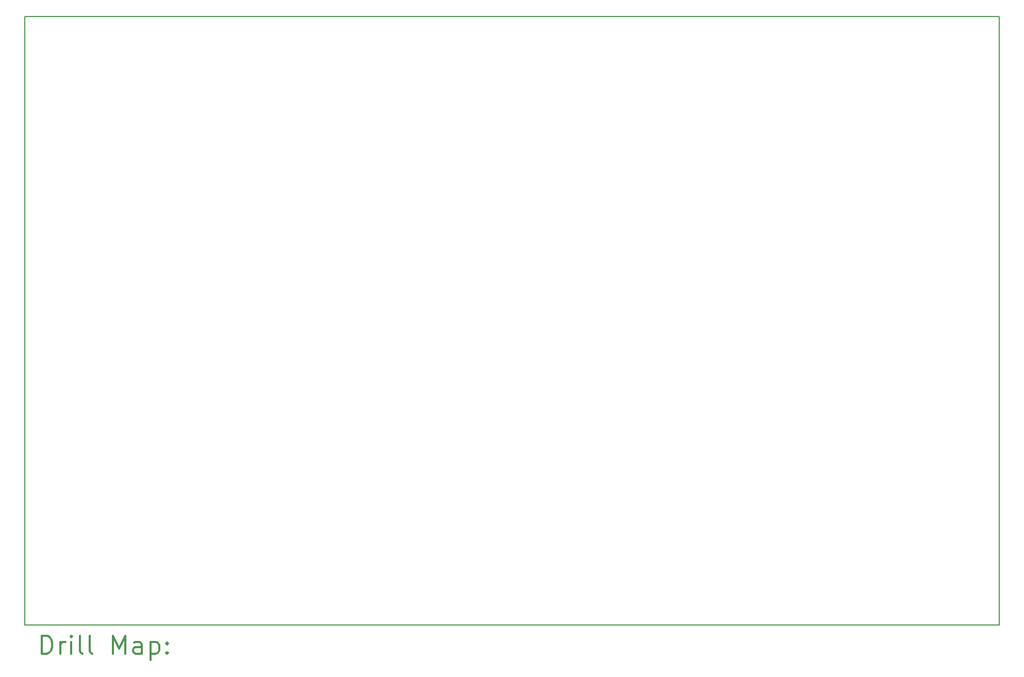
<source format=gbr>
%FSLAX45Y45*%
G04 Gerber Fmt 4.5, Leading zero omitted, Abs format (unit mm)*
G04 Created by KiCad (PCBNEW (5.1.0-163-gb6a0bf114)) date 2019-04-07 22:36:57*
%MOMM*%
%LPD*%
G04 APERTURE LIST*
%ADD10C,0.150000*%
%ADD11C,0.200000*%
%ADD12C,0.300000*%
G04 APERTURE END LIST*
D10*
X6500000Y-15000000D02*
X6500000Y-5000000D01*
X22500000Y-15000000D02*
X6500000Y-15000000D01*
X22500000Y-5000000D02*
X22500000Y-15000000D01*
X6500000Y-5000000D02*
X22500000Y-5000000D01*
D11*
D12*
X6778928Y-15473214D02*
X6778928Y-15173214D01*
X6850357Y-15173214D01*
X6893214Y-15187500D01*
X6921786Y-15216071D01*
X6936071Y-15244643D01*
X6950357Y-15301786D01*
X6950357Y-15344643D01*
X6936071Y-15401786D01*
X6921786Y-15430357D01*
X6893214Y-15458929D01*
X6850357Y-15473214D01*
X6778928Y-15473214D01*
X7078928Y-15473214D02*
X7078928Y-15273214D01*
X7078928Y-15330357D02*
X7093214Y-15301786D01*
X7107500Y-15287500D01*
X7136071Y-15273214D01*
X7164643Y-15273214D01*
X7264643Y-15473214D02*
X7264643Y-15273214D01*
X7264643Y-15173214D02*
X7250357Y-15187500D01*
X7264643Y-15201786D01*
X7278928Y-15187500D01*
X7264643Y-15173214D01*
X7264643Y-15201786D01*
X7450357Y-15473214D02*
X7421786Y-15458929D01*
X7407500Y-15430357D01*
X7407500Y-15173214D01*
X7607500Y-15473214D02*
X7578928Y-15458929D01*
X7564643Y-15430357D01*
X7564643Y-15173214D01*
X7950357Y-15473214D02*
X7950357Y-15173214D01*
X8050357Y-15387500D01*
X8150357Y-15173214D01*
X8150357Y-15473214D01*
X8421786Y-15473214D02*
X8421786Y-15316071D01*
X8407500Y-15287500D01*
X8378928Y-15273214D01*
X8321786Y-15273214D01*
X8293214Y-15287500D01*
X8421786Y-15458929D02*
X8393214Y-15473214D01*
X8321786Y-15473214D01*
X8293214Y-15458929D01*
X8278928Y-15430357D01*
X8278928Y-15401786D01*
X8293214Y-15373214D01*
X8321786Y-15358929D01*
X8393214Y-15358929D01*
X8421786Y-15344643D01*
X8564643Y-15273214D02*
X8564643Y-15573214D01*
X8564643Y-15287500D02*
X8593214Y-15273214D01*
X8650357Y-15273214D01*
X8678928Y-15287500D01*
X8693214Y-15301786D01*
X8707500Y-15330357D01*
X8707500Y-15416071D01*
X8693214Y-15444643D01*
X8678928Y-15458929D01*
X8650357Y-15473214D01*
X8593214Y-15473214D01*
X8564643Y-15458929D01*
X8836071Y-15444643D02*
X8850357Y-15458929D01*
X8836071Y-15473214D01*
X8821786Y-15458929D01*
X8836071Y-15444643D01*
X8836071Y-15473214D01*
X8836071Y-15287500D02*
X8850357Y-15301786D01*
X8836071Y-15316071D01*
X8821786Y-15301786D01*
X8836071Y-15287500D01*
X8836071Y-15316071D01*
M02*

</source>
